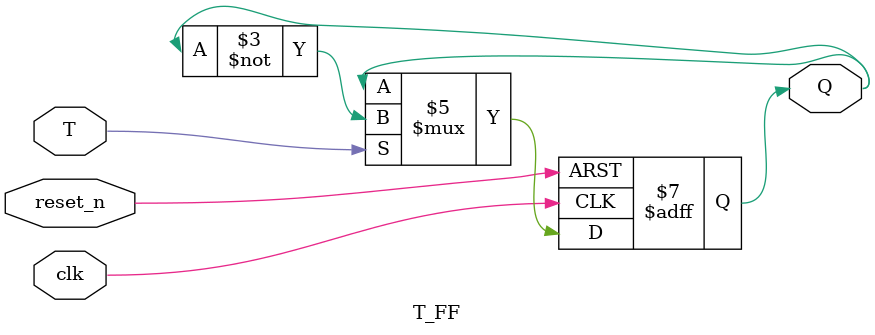
<source format=v>
`timescale 1ns / 1ps

module T_FF(
    input clk,
    input T,
    input reset_n,
    output reg Q // Changed to 'reg' to allow procedural assignment
);

    // This is the correct way to initialize 'Q' for simulation purposes.
    // For synthesis, initial blocks may be ignored, and reset should be used instead.
    initial Q = 0; 

    always @(posedge clk or negedge reset_n) begin
        if (~reset_n)
            Q <= 1'b0;
        else if (T)
            Q <= ~Q; // Toggle logic only when T is high
    end

endmodule


</source>
